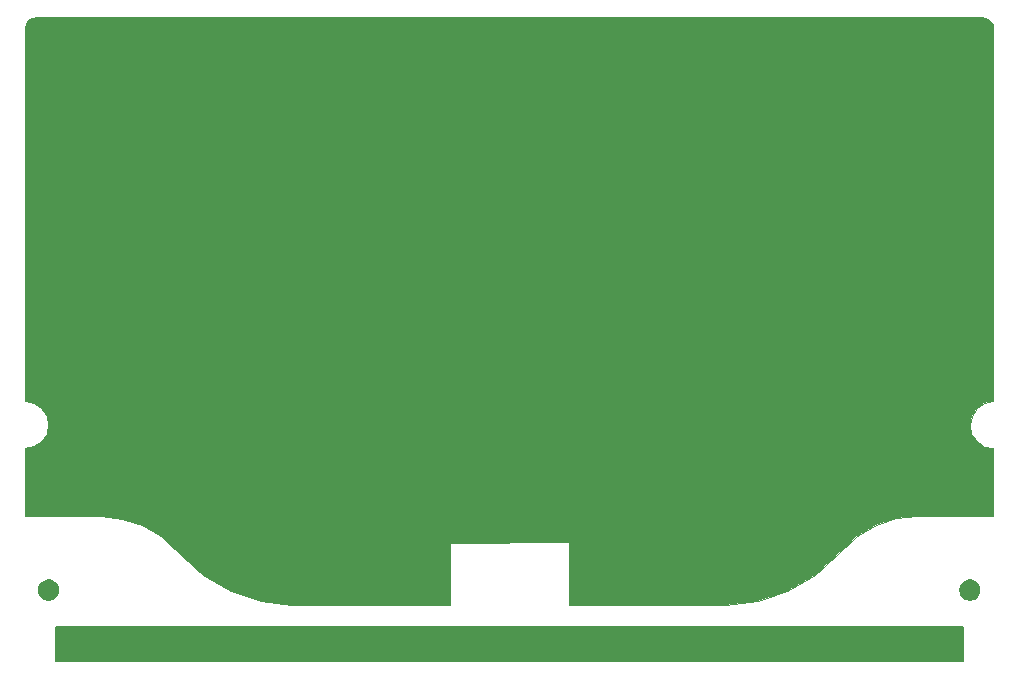
<source format=gbr>
G04 #@! TF.GenerationSoftware,KiCad,Pcbnew,5.1.5+dfsg1-2build2*
G04 #@! TF.CreationDate,2021-10-18T18:16:56+02:00*
G04 #@! TF.ProjectId,DIMMCartridgeV4,44494d4d-4361-4727-9472-696467655634,rev?*
G04 #@! TF.SameCoordinates,Original*
G04 #@! TF.FileFunction,Soldermask,Top*
G04 #@! TF.FilePolarity,Negative*
%FSLAX46Y46*%
G04 Gerber Fmt 4.6, Leading zero omitted, Abs format (unit mm)*
G04 Created by KiCad (PCBNEW 5.1.5+dfsg1-2build2) date 2021-10-18 18:16:56*
%MOMM*%
%LPD*%
G04 APERTURE LIST*
%ADD10C,0.100000*%
%ADD11C,0.150000*%
G04 APERTURE END LIST*
D10*
G36*
X140380000Y-78595000D02*
G01*
X140730000Y-78835000D01*
X140920000Y-79125000D01*
X140990000Y-79505000D01*
X140990000Y-111045000D01*
X140240000Y-111195000D01*
X139590000Y-111635000D01*
X139150000Y-112265000D01*
X139000000Y-113055000D01*
X139140000Y-113795000D01*
X139590000Y-114445000D01*
X140210000Y-114885000D01*
X140990000Y-115035000D01*
X140980000Y-120785000D01*
X134550000Y-120785000D01*
X132740000Y-120975000D01*
X131080000Y-121525000D01*
X129450000Y-122465000D01*
X128040000Y-123795000D01*
X125920000Y-125765000D01*
X123560000Y-127135000D01*
X121030000Y-127995000D01*
X118290000Y-128295000D01*
X105040000Y-128295000D01*
X105040000Y-123005000D01*
X95000000Y-123025000D01*
X95000000Y-128295000D01*
X84650000Y-128285000D01*
X81530000Y-128265000D01*
X79020000Y-127995000D01*
X76410000Y-127135000D01*
X74060000Y-125765000D01*
X73030000Y-124835000D01*
X72140000Y-123985000D01*
X70550000Y-122495000D01*
X68920000Y-121535000D01*
X67250000Y-120985000D01*
X65440000Y-120785000D01*
X59000000Y-120775000D01*
X59000000Y-119035000D01*
X59020000Y-115045000D01*
X59770000Y-114875000D01*
X60420000Y-114435000D01*
X60830000Y-113815000D01*
X60990000Y-113015000D01*
X60830000Y-112265000D01*
X60400000Y-111635000D01*
X59730000Y-111195000D01*
X58990000Y-111045000D01*
X58990000Y-79545000D01*
X59070000Y-79125000D01*
X59280000Y-78805000D01*
X59590000Y-78585000D01*
X60000000Y-78515000D01*
X139970000Y-78505000D01*
X140380000Y-78595000D01*
G37*
X140380000Y-78595000D02*
X140730000Y-78835000D01*
X140920000Y-79125000D01*
X140990000Y-79505000D01*
X140990000Y-111045000D01*
X140240000Y-111195000D01*
X139590000Y-111635000D01*
X139150000Y-112265000D01*
X139000000Y-113055000D01*
X139140000Y-113795000D01*
X139590000Y-114445000D01*
X140210000Y-114885000D01*
X140990000Y-115035000D01*
X140980000Y-120785000D01*
X134550000Y-120785000D01*
X132740000Y-120975000D01*
X131080000Y-121525000D01*
X129450000Y-122465000D01*
X128040000Y-123795000D01*
X125920000Y-125765000D01*
X123560000Y-127135000D01*
X121030000Y-127995000D01*
X118290000Y-128295000D01*
X105040000Y-128295000D01*
X105040000Y-123005000D01*
X95000000Y-123025000D01*
X95000000Y-128295000D01*
X84650000Y-128285000D01*
X81530000Y-128265000D01*
X79020000Y-127995000D01*
X76410000Y-127135000D01*
X74060000Y-125765000D01*
X73030000Y-124835000D01*
X72140000Y-123985000D01*
X70550000Y-122495000D01*
X68920000Y-121535000D01*
X67250000Y-120985000D01*
X65440000Y-120785000D01*
X59000000Y-120775000D01*
X59000000Y-119035000D01*
X59020000Y-115045000D01*
X59770000Y-114875000D01*
X60420000Y-114435000D01*
X60830000Y-113815000D01*
X60990000Y-113015000D01*
X60830000Y-112265000D01*
X60400000Y-111635000D01*
X59730000Y-111195000D01*
X58990000Y-111045000D01*
X58990000Y-79545000D01*
X59070000Y-79125000D01*
X59280000Y-78805000D01*
X59590000Y-78585000D01*
X60000000Y-78515000D01*
X139970000Y-78505000D01*
X140380000Y-78595000D01*
D11*
G36*
X61600000Y-130140000D02*
G01*
X61600000Y-133040000D01*
X138400000Y-133040000D01*
X138400000Y-130140000D01*
X61600000Y-130140000D01*
G37*
X61600000Y-130140000D02*
X61600000Y-133040000D01*
X138400000Y-133040000D01*
X138400000Y-130140000D01*
X61600000Y-130140000D01*
D10*
G36*
X100800000Y-132640000D02*
G01*
X62000000Y-132640000D01*
X62000000Y-130340000D01*
X100800000Y-130340000D01*
X100800000Y-132640000D01*
G37*
G36*
X138000000Y-132640000D02*
G01*
X104000000Y-132640000D01*
X104000000Y-130340000D01*
X138000000Y-130340000D01*
X138000000Y-132640000D01*
G37*
G36*
X61262520Y-126174586D02*
G01*
X61426310Y-126242430D01*
X61573717Y-126340924D01*
X61699076Y-126466283D01*
X61797570Y-126613690D01*
X61865414Y-126777480D01*
X61900000Y-126951358D01*
X61900000Y-127128642D01*
X61865414Y-127302520D01*
X61797570Y-127466310D01*
X61699076Y-127613717D01*
X61573717Y-127739076D01*
X61426310Y-127837570D01*
X61426309Y-127837571D01*
X61426308Y-127837571D01*
X61262520Y-127905414D01*
X61088644Y-127940000D01*
X60911356Y-127940000D01*
X60737480Y-127905414D01*
X60573692Y-127837571D01*
X60573691Y-127837571D01*
X60573690Y-127837570D01*
X60426283Y-127739076D01*
X60300924Y-127613717D01*
X60202430Y-127466310D01*
X60134586Y-127302520D01*
X60100000Y-127128642D01*
X60100000Y-126951358D01*
X60134586Y-126777480D01*
X60202430Y-126613690D01*
X60300924Y-126466283D01*
X60426283Y-126340924D01*
X60573690Y-126242430D01*
X60737480Y-126174586D01*
X60911356Y-126140000D01*
X61088644Y-126140000D01*
X61262520Y-126174586D01*
G37*
G36*
X139262520Y-126174586D02*
G01*
X139426310Y-126242430D01*
X139573717Y-126340924D01*
X139699076Y-126466283D01*
X139797570Y-126613690D01*
X139865414Y-126777480D01*
X139900000Y-126951358D01*
X139900000Y-127128642D01*
X139865414Y-127302520D01*
X139797570Y-127466310D01*
X139699076Y-127613717D01*
X139573717Y-127739076D01*
X139426310Y-127837570D01*
X139426309Y-127837571D01*
X139426308Y-127837571D01*
X139262520Y-127905414D01*
X139088644Y-127940000D01*
X138911356Y-127940000D01*
X138737480Y-127905414D01*
X138573692Y-127837571D01*
X138573691Y-127837571D01*
X138573690Y-127837570D01*
X138426283Y-127739076D01*
X138300924Y-127613717D01*
X138202430Y-127466310D01*
X138134586Y-127302520D01*
X138100000Y-127128642D01*
X138100000Y-126951358D01*
X138134586Y-126777480D01*
X138202430Y-126613690D01*
X138300924Y-126466283D01*
X138426283Y-126340924D01*
X138573690Y-126242430D01*
X138737480Y-126174586D01*
X138911356Y-126140000D01*
X139088644Y-126140000D01*
X139262520Y-126174586D01*
G37*
G36*
X105000000Y-123000000D02*
G01*
X95000000Y-123000000D01*
X95000000Y-119000000D01*
X105000000Y-119000000D01*
X105000000Y-123000000D01*
G37*
G36*
X76390000Y-104760000D02*
G01*
X73759999Y-104760000D01*
X73735613Y-104762402D01*
X73712164Y-104769515D01*
X73690553Y-104781066D01*
X73671611Y-104796611D01*
X73656066Y-104815553D01*
X73644515Y-104837164D01*
X73637402Y-104860613D01*
X73635000Y-104884999D01*
X73635000Y-107865001D01*
X73637402Y-107889387D01*
X73644515Y-107912836D01*
X73656066Y-107934447D01*
X73671611Y-107953389D01*
X73690553Y-107968934D01*
X73712164Y-107980485D01*
X73735613Y-107987598D01*
X73759999Y-107990000D01*
X76390000Y-107990000D01*
X76390000Y-110390000D01*
X71323098Y-110390000D01*
X71312836Y-110384515D01*
X71289387Y-110377402D01*
X71265001Y-110375000D01*
X67500000Y-110375000D01*
X67500000Y-102375000D01*
X71265001Y-102375000D01*
X71289387Y-102372598D01*
X71312836Y-102365485D01*
X71323098Y-102360000D01*
X76390000Y-102360000D01*
X76390000Y-104760000D01*
G37*
G36*
X128687164Y-102365485D02*
G01*
X128710613Y-102372598D01*
X128734999Y-102375000D01*
X132500000Y-102375000D01*
X132500000Y-110375000D01*
X128734999Y-110375000D01*
X128710613Y-110377402D01*
X128687164Y-110384515D01*
X128676902Y-110390000D01*
X123610000Y-110390000D01*
X123610000Y-107990000D01*
X126240001Y-107990000D01*
X126264387Y-107987598D01*
X126287836Y-107980485D01*
X126309447Y-107968934D01*
X126328389Y-107953389D01*
X126343934Y-107934447D01*
X126355485Y-107912836D01*
X126362598Y-107889387D01*
X126365000Y-107865001D01*
X126365000Y-104884999D01*
X126362598Y-104860613D01*
X126355485Y-104837164D01*
X126343934Y-104815553D01*
X126328389Y-104796611D01*
X126309447Y-104781066D01*
X126287836Y-104769515D01*
X126264387Y-104762402D01*
X126240001Y-104760000D01*
X123610000Y-104760000D01*
X123610000Y-102360000D01*
X128676902Y-102360000D01*
X128687164Y-102365485D01*
G37*
G36*
X116260000Y-110260000D02*
G01*
X113990000Y-110260000D01*
X113990000Y-107990000D01*
X116260000Y-107990000D01*
X116260000Y-110260000D01*
G37*
G36*
X123135000Y-110260000D02*
G01*
X120865000Y-110260000D01*
X120865000Y-107990000D01*
X123135000Y-107990000D01*
X123135000Y-110260000D01*
G37*
G36*
X99760000Y-110260000D02*
G01*
X97490000Y-110260000D01*
X97490000Y-107990000D01*
X99760000Y-107990000D01*
X99760000Y-110260000D01*
G37*
G36*
X108010000Y-110260000D02*
G01*
X105740000Y-110260000D01*
X105740000Y-107990000D01*
X108010000Y-107990000D01*
X108010000Y-110260000D01*
G37*
G36*
X110760000Y-110260000D02*
G01*
X108490000Y-110260000D01*
X108490000Y-107990000D01*
X110760000Y-107990000D01*
X110760000Y-110260000D01*
G37*
G36*
X97010000Y-110260000D02*
G01*
X94740000Y-110260000D01*
X94740000Y-107990000D01*
X97010000Y-107990000D01*
X97010000Y-110260000D01*
G37*
G36*
X113510000Y-110260000D02*
G01*
X111240000Y-110260000D01*
X111240000Y-107990000D01*
X113510000Y-107990000D01*
X113510000Y-110260000D01*
G37*
G36*
X88760000Y-110260000D02*
G01*
X86490000Y-110260000D01*
X86490000Y-107990000D01*
X88760000Y-107990000D01*
X88760000Y-110260000D01*
G37*
G36*
X105260000Y-110260000D02*
G01*
X102990000Y-110260000D01*
X102990000Y-107990000D01*
X105260000Y-107990000D01*
X105260000Y-110260000D01*
G37*
G36*
X83260000Y-110260000D02*
G01*
X80990000Y-110260000D01*
X80990000Y-107990000D01*
X83260000Y-107990000D01*
X83260000Y-110260000D01*
G37*
G36*
X119010000Y-110260000D02*
G01*
X116740000Y-110260000D01*
X116740000Y-107990000D01*
X119010000Y-107990000D01*
X119010000Y-110260000D01*
G37*
G36*
X91510000Y-110260000D02*
G01*
X89240000Y-110260000D01*
X89240000Y-107990000D01*
X91510000Y-107990000D01*
X91510000Y-110260000D01*
G37*
G36*
X79135000Y-110260000D02*
G01*
X76865000Y-110260000D01*
X76865000Y-107990000D01*
X79135000Y-107990000D01*
X79135000Y-110260000D01*
G37*
G36*
X86010000Y-110260000D02*
G01*
X83740000Y-110260000D01*
X83740000Y-107990000D01*
X86010000Y-107990000D01*
X86010000Y-110260000D01*
G37*
G36*
X102510000Y-110260000D02*
G01*
X100240000Y-110260000D01*
X100240000Y-107990000D01*
X102510000Y-107990000D01*
X102510000Y-110260000D01*
G37*
G36*
X94260000Y-110260000D02*
G01*
X91990000Y-110260000D01*
X91990000Y-107990000D01*
X94260000Y-107990000D01*
X94260000Y-110260000D01*
G37*
G36*
X105260000Y-107510000D02*
G01*
X102990000Y-107510000D01*
X102990000Y-105240000D01*
X105260000Y-105240000D01*
X105260000Y-107510000D01*
G37*
G36*
X108010000Y-107510000D02*
G01*
X105740000Y-107510000D01*
X105740000Y-105240000D01*
X108010000Y-105240000D01*
X108010000Y-107510000D01*
G37*
G36*
X110760000Y-107510000D02*
G01*
X108490000Y-107510000D01*
X108490000Y-105240000D01*
X110760000Y-105240000D01*
X110760000Y-107510000D01*
G37*
G36*
X113510000Y-107510000D02*
G01*
X111240000Y-107510000D01*
X111240000Y-105240000D01*
X113510000Y-105240000D01*
X113510000Y-107510000D01*
G37*
G36*
X116260000Y-107510000D02*
G01*
X113990000Y-107510000D01*
X113990000Y-105240000D01*
X116260000Y-105240000D01*
X116260000Y-107510000D01*
G37*
G36*
X119010000Y-107510000D02*
G01*
X116740000Y-107510000D01*
X116740000Y-105240000D01*
X119010000Y-105240000D01*
X119010000Y-107510000D01*
G37*
G36*
X121760000Y-107510000D02*
G01*
X119490000Y-107510000D01*
X119490000Y-105240000D01*
X121760000Y-105240000D01*
X121760000Y-107510000D01*
G37*
G36*
X125885000Y-107510000D02*
G01*
X122240000Y-107510000D01*
X122240000Y-105240000D01*
X125885000Y-105240000D01*
X125885000Y-107510000D01*
G37*
G36*
X102510000Y-107510000D02*
G01*
X100240000Y-107510000D01*
X100240000Y-105240000D01*
X102510000Y-105240000D01*
X102510000Y-107510000D01*
G37*
G36*
X99760000Y-107510000D02*
G01*
X97490000Y-107510000D01*
X97490000Y-105240000D01*
X99760000Y-105240000D01*
X99760000Y-107510000D01*
G37*
G36*
X94260000Y-107510000D02*
G01*
X91990000Y-107510000D01*
X91990000Y-105240000D01*
X94260000Y-105240000D01*
X94260000Y-107510000D01*
G37*
G36*
X91510000Y-107510000D02*
G01*
X89240000Y-107510000D01*
X89240000Y-105240000D01*
X91510000Y-105240000D01*
X91510000Y-107510000D01*
G37*
G36*
X88760000Y-107510000D02*
G01*
X86490000Y-107510000D01*
X86490000Y-105240000D01*
X88760000Y-105240000D01*
X88760000Y-107510000D01*
G37*
G36*
X86010000Y-107510000D02*
G01*
X83740000Y-107510000D01*
X83740000Y-105240000D01*
X86010000Y-105240000D01*
X86010000Y-107510000D01*
G37*
G36*
X83260000Y-107510000D02*
G01*
X80990000Y-107510000D01*
X80990000Y-105240000D01*
X83260000Y-105240000D01*
X83260000Y-107510000D01*
G37*
G36*
X80510000Y-107510000D02*
G01*
X78240000Y-107510000D01*
X78240000Y-105240000D01*
X80510000Y-105240000D01*
X80510000Y-107510000D01*
G37*
G36*
X77760000Y-107510000D02*
G01*
X74115000Y-107510000D01*
X74115000Y-105240000D01*
X77760000Y-105240000D01*
X77760000Y-107510000D01*
G37*
G36*
X97010000Y-107510000D02*
G01*
X94740000Y-107510000D01*
X94740000Y-105240000D01*
X97010000Y-105240000D01*
X97010000Y-107510000D01*
G37*
G36*
X110760000Y-104760000D02*
G01*
X108490000Y-104760000D01*
X108490000Y-102490000D01*
X110760000Y-102490000D01*
X110760000Y-104760000D01*
G37*
G36*
X97010000Y-104760000D02*
G01*
X94740000Y-104760000D01*
X94740000Y-102490000D01*
X97010000Y-102490000D01*
X97010000Y-104760000D01*
G37*
G36*
X94260000Y-104760000D02*
G01*
X91990000Y-104760000D01*
X91990000Y-102490000D01*
X94260000Y-102490000D01*
X94260000Y-104760000D01*
G37*
G36*
X91510000Y-104760000D02*
G01*
X89240000Y-104760000D01*
X89240000Y-102490000D01*
X91510000Y-102490000D01*
X91510000Y-104760000D01*
G37*
G36*
X102510000Y-104760000D02*
G01*
X100240000Y-104760000D01*
X100240000Y-102490000D01*
X102510000Y-102490000D01*
X102510000Y-104760000D01*
G37*
G36*
X88760000Y-104760000D02*
G01*
X86490000Y-104760000D01*
X86490000Y-102490000D01*
X88760000Y-102490000D01*
X88760000Y-104760000D01*
G37*
G36*
X86010000Y-104760000D02*
G01*
X83740000Y-104760000D01*
X83740000Y-102490000D01*
X86010000Y-102490000D01*
X86010000Y-104760000D01*
G37*
G36*
X105260000Y-104760000D02*
G01*
X102990000Y-104760000D01*
X102990000Y-102490000D01*
X105260000Y-102490000D01*
X105260000Y-104760000D01*
G37*
G36*
X108010000Y-104760000D02*
G01*
X105740000Y-104760000D01*
X105740000Y-102490000D01*
X108010000Y-102490000D01*
X108010000Y-104760000D01*
G37*
G36*
X113510000Y-104760000D02*
G01*
X111240000Y-104760000D01*
X111240000Y-102490000D01*
X113510000Y-102490000D01*
X113510000Y-104760000D01*
G37*
G36*
X116260000Y-104760000D02*
G01*
X113990000Y-104760000D01*
X113990000Y-102490000D01*
X116260000Y-102490000D01*
X116260000Y-104760000D01*
G37*
G36*
X83260000Y-104760000D02*
G01*
X80990000Y-104760000D01*
X80990000Y-102490000D01*
X83260000Y-102490000D01*
X83260000Y-104760000D01*
G37*
G36*
X119010000Y-104760000D02*
G01*
X116740000Y-104760000D01*
X116740000Y-102490000D01*
X119010000Y-102490000D01*
X119010000Y-104760000D01*
G37*
G36*
X123135000Y-104760000D02*
G01*
X120865000Y-104760000D01*
X120865000Y-102490000D01*
X123135000Y-102490000D01*
X123135000Y-104760000D01*
G37*
G36*
X79135000Y-104760000D02*
G01*
X76865000Y-104760000D01*
X76865000Y-102490000D01*
X79135000Y-102490000D01*
X79135000Y-104760000D01*
G37*
G36*
X99760000Y-104760000D02*
G01*
X97490000Y-104760000D01*
X97490000Y-102490000D01*
X99760000Y-102490000D01*
X99760000Y-104760000D01*
G37*
G36*
X105260000Y-102010000D02*
G01*
X102990000Y-102010000D01*
X102990000Y-99740000D01*
X105260000Y-99740000D01*
X105260000Y-102010000D01*
G37*
G36*
X86010000Y-102010000D02*
G01*
X83740000Y-102010000D01*
X83740000Y-99740000D01*
X86010000Y-99740000D01*
X86010000Y-102010000D01*
G37*
G36*
X88760000Y-102010000D02*
G01*
X86490000Y-102010000D01*
X86490000Y-99740000D01*
X88760000Y-99740000D01*
X88760000Y-102010000D01*
G37*
G36*
X102510000Y-102010000D02*
G01*
X100240000Y-102010000D01*
X100240000Y-99740000D01*
X102510000Y-99740000D01*
X102510000Y-102010000D01*
G37*
G36*
X113510000Y-102010000D02*
G01*
X111240000Y-102010000D01*
X111240000Y-99740000D01*
X113510000Y-99740000D01*
X113510000Y-102010000D01*
G37*
G36*
X116260000Y-102010000D02*
G01*
X113990000Y-102010000D01*
X113990000Y-99740000D01*
X116260000Y-99740000D01*
X116260000Y-102010000D01*
G37*
G36*
X119010000Y-102010000D02*
G01*
X116740000Y-102010000D01*
X116740000Y-99740000D01*
X119010000Y-99740000D01*
X119010000Y-102010000D01*
G37*
G36*
X91510000Y-102010000D02*
G01*
X89240000Y-102010000D01*
X89240000Y-99740000D01*
X91510000Y-99740000D01*
X91510000Y-102010000D01*
G37*
G36*
X83260000Y-102010000D02*
G01*
X80990000Y-102010000D01*
X80990000Y-99740000D01*
X83260000Y-99740000D01*
X83260000Y-102010000D01*
G37*
G36*
X108010000Y-102010000D02*
G01*
X105740000Y-102010000D01*
X105740000Y-99740000D01*
X108010000Y-99740000D01*
X108010000Y-102010000D01*
G37*
G36*
X97010000Y-102010000D02*
G01*
X94740000Y-102010000D01*
X94740000Y-99740000D01*
X97010000Y-99740000D01*
X97010000Y-102010000D01*
G37*
G36*
X110760000Y-102010000D02*
G01*
X108490000Y-102010000D01*
X108490000Y-99740000D01*
X110760000Y-99740000D01*
X110760000Y-102010000D01*
G37*
G36*
X94260000Y-102010000D02*
G01*
X91990000Y-102010000D01*
X91990000Y-99740000D01*
X94260000Y-99740000D01*
X94260000Y-102010000D01*
G37*
G36*
X99760000Y-102010000D02*
G01*
X97490000Y-102010000D01*
X97490000Y-99740000D01*
X99760000Y-99740000D01*
X99760000Y-102010000D01*
G37*
G36*
X88760000Y-99260000D02*
G01*
X86490000Y-99260000D01*
X86490000Y-96990000D01*
X88760000Y-96990000D01*
X88760000Y-99260000D01*
G37*
G36*
X102510000Y-99260000D02*
G01*
X100240000Y-99260000D01*
X100240000Y-96990000D01*
X102510000Y-96990000D01*
X102510000Y-99260000D01*
G37*
G36*
X83260000Y-99260000D02*
G01*
X80990000Y-99260000D01*
X80990000Y-96990000D01*
X83260000Y-96990000D01*
X83260000Y-99260000D01*
G37*
G36*
X110760000Y-99260000D02*
G01*
X108490000Y-99260000D01*
X108490000Y-96990000D01*
X110760000Y-96990000D01*
X110760000Y-99260000D01*
G37*
G36*
X86010000Y-99260000D02*
G01*
X83740000Y-99260000D01*
X83740000Y-96990000D01*
X86010000Y-96990000D01*
X86010000Y-99260000D01*
G37*
G36*
X113510000Y-99260000D02*
G01*
X111240000Y-99260000D01*
X111240000Y-96990000D01*
X113510000Y-96990000D01*
X113510000Y-99260000D01*
G37*
G36*
X116260000Y-99260000D02*
G01*
X113990000Y-99260000D01*
X113990000Y-96990000D01*
X116260000Y-96990000D01*
X116260000Y-99260000D01*
G37*
G36*
X108010000Y-99260000D02*
G01*
X105740000Y-99260000D01*
X105740000Y-96990000D01*
X108010000Y-96990000D01*
X108010000Y-99260000D01*
G37*
G36*
X99760000Y-99260000D02*
G01*
X97490000Y-99260000D01*
X97490000Y-96990000D01*
X99760000Y-96990000D01*
X99760000Y-99260000D01*
G37*
G36*
X94260000Y-99260000D02*
G01*
X91990000Y-99260000D01*
X91990000Y-96990000D01*
X94260000Y-96990000D01*
X94260000Y-99260000D01*
G37*
G36*
X97010000Y-99260000D02*
G01*
X94740000Y-99260000D01*
X94740000Y-96990000D01*
X97010000Y-96990000D01*
X97010000Y-99260000D01*
G37*
G36*
X119010000Y-99260000D02*
G01*
X116740000Y-99260000D01*
X116740000Y-96990000D01*
X119010000Y-96990000D01*
X119010000Y-99260000D01*
G37*
G36*
X91510000Y-99260000D02*
G01*
X89240000Y-99260000D01*
X89240000Y-96990000D01*
X91510000Y-96990000D01*
X91510000Y-99260000D01*
G37*
G36*
X105260000Y-99260000D02*
G01*
X102990000Y-99260000D01*
X102990000Y-96990000D01*
X105260000Y-96990000D01*
X105260000Y-99260000D01*
G37*
G36*
X128687164Y-88615485D02*
G01*
X128710613Y-88622598D01*
X128734999Y-88625000D01*
X132500000Y-88625000D01*
X132500000Y-96625000D01*
X128734999Y-96625000D01*
X128710613Y-96627402D01*
X128687164Y-96634515D01*
X128676902Y-96640000D01*
X123610000Y-96640000D01*
X123610000Y-94240000D01*
X126240001Y-94240000D01*
X126264387Y-94237598D01*
X126287836Y-94230485D01*
X126309447Y-94218934D01*
X126328389Y-94203389D01*
X126343934Y-94184447D01*
X126355485Y-94162836D01*
X126362598Y-94139387D01*
X126365000Y-94115001D01*
X126365000Y-91134999D01*
X126362598Y-91110613D01*
X126355485Y-91087164D01*
X126343934Y-91065553D01*
X126328389Y-91046611D01*
X126309447Y-91031066D01*
X126287836Y-91019515D01*
X126264387Y-91012402D01*
X126240001Y-91010000D01*
X123610000Y-91010000D01*
X123610000Y-88610000D01*
X128676902Y-88610000D01*
X128687164Y-88615485D01*
G37*
G36*
X76390000Y-91010000D02*
G01*
X73759999Y-91010000D01*
X73735613Y-91012402D01*
X73712164Y-91019515D01*
X73690553Y-91031066D01*
X73671611Y-91046611D01*
X73656066Y-91065553D01*
X73644515Y-91087164D01*
X73637402Y-91110613D01*
X73635000Y-91134999D01*
X73635000Y-94115001D01*
X73637402Y-94139387D01*
X73644515Y-94162836D01*
X73656066Y-94184447D01*
X73671611Y-94203389D01*
X73690553Y-94218934D01*
X73712164Y-94230485D01*
X73735613Y-94237598D01*
X73759999Y-94240000D01*
X76390000Y-94240000D01*
X76390000Y-96640000D01*
X71323098Y-96640000D01*
X71312836Y-96634515D01*
X71289387Y-96627402D01*
X71265001Y-96625000D01*
X67500000Y-96625000D01*
X67500000Y-88625000D01*
X71265001Y-88625000D01*
X71289387Y-88622598D01*
X71312836Y-88615485D01*
X71323098Y-88610000D01*
X76390000Y-88610000D01*
X76390000Y-91010000D01*
G37*
G36*
X105260000Y-96510000D02*
G01*
X102990000Y-96510000D01*
X102990000Y-94240000D01*
X105260000Y-94240000D01*
X105260000Y-96510000D01*
G37*
G36*
X108010000Y-96510000D02*
G01*
X105740000Y-96510000D01*
X105740000Y-94240000D01*
X108010000Y-94240000D01*
X108010000Y-96510000D01*
G37*
G36*
X110760000Y-96510000D02*
G01*
X108490000Y-96510000D01*
X108490000Y-94240000D01*
X110760000Y-94240000D01*
X110760000Y-96510000D01*
G37*
G36*
X113510000Y-96510000D02*
G01*
X111240000Y-96510000D01*
X111240000Y-94240000D01*
X113510000Y-94240000D01*
X113510000Y-96510000D01*
G37*
G36*
X116260000Y-96510000D02*
G01*
X113990000Y-96510000D01*
X113990000Y-94240000D01*
X116260000Y-94240000D01*
X116260000Y-96510000D01*
G37*
G36*
X88760000Y-96510000D02*
G01*
X86490000Y-96510000D01*
X86490000Y-94240000D01*
X88760000Y-94240000D01*
X88760000Y-96510000D01*
G37*
G36*
X123135000Y-96510000D02*
G01*
X120865000Y-96510000D01*
X120865000Y-94240000D01*
X123135000Y-94240000D01*
X123135000Y-96510000D01*
G37*
G36*
X119010000Y-96510000D02*
G01*
X116740000Y-96510000D01*
X116740000Y-94240000D01*
X119010000Y-94240000D01*
X119010000Y-96510000D01*
G37*
G36*
X83260000Y-96510000D02*
G01*
X80990000Y-96510000D01*
X80990000Y-94240000D01*
X83260000Y-94240000D01*
X83260000Y-96510000D01*
G37*
G36*
X99760000Y-96510000D02*
G01*
X97490000Y-96510000D01*
X97490000Y-94240000D01*
X99760000Y-94240000D01*
X99760000Y-96510000D01*
G37*
G36*
X91510000Y-96510000D02*
G01*
X89240000Y-96510000D01*
X89240000Y-94240000D01*
X91510000Y-94240000D01*
X91510000Y-96510000D01*
G37*
G36*
X97010000Y-96510000D02*
G01*
X94740000Y-96510000D01*
X94740000Y-94240000D01*
X97010000Y-94240000D01*
X97010000Y-96510000D01*
G37*
G36*
X94260000Y-96510000D02*
G01*
X91990000Y-96510000D01*
X91990000Y-94240000D01*
X94260000Y-94240000D01*
X94260000Y-96510000D01*
G37*
G36*
X79135000Y-96510000D02*
G01*
X76865000Y-96510000D01*
X76865000Y-94240000D01*
X79135000Y-94240000D01*
X79135000Y-96510000D01*
G37*
G36*
X86010000Y-96510000D02*
G01*
X83740000Y-96510000D01*
X83740000Y-94240000D01*
X86010000Y-94240000D01*
X86010000Y-96510000D01*
G37*
G36*
X102510000Y-96510000D02*
G01*
X100240000Y-96510000D01*
X100240000Y-94240000D01*
X102510000Y-94240000D01*
X102510000Y-96510000D01*
G37*
G36*
X86010000Y-93760000D02*
G01*
X83740000Y-93760000D01*
X83740000Y-91490000D01*
X86010000Y-91490000D01*
X86010000Y-93760000D01*
G37*
G36*
X108010000Y-93760000D02*
G01*
X105740000Y-93760000D01*
X105740000Y-91490000D01*
X108010000Y-91490000D01*
X108010000Y-93760000D01*
G37*
G36*
X102510000Y-93760000D02*
G01*
X100240000Y-93760000D01*
X100240000Y-91490000D01*
X102510000Y-91490000D01*
X102510000Y-93760000D01*
G37*
G36*
X105260000Y-93760000D02*
G01*
X102990000Y-93760000D01*
X102990000Y-91490000D01*
X105260000Y-91490000D01*
X105260000Y-93760000D01*
G37*
G36*
X77760000Y-93760000D02*
G01*
X74115000Y-93760000D01*
X74115000Y-91490000D01*
X77760000Y-91490000D01*
X77760000Y-93760000D01*
G37*
G36*
X113510000Y-93760000D02*
G01*
X111240000Y-93760000D01*
X111240000Y-91490000D01*
X113510000Y-91490000D01*
X113510000Y-93760000D01*
G37*
G36*
X110760000Y-93760000D02*
G01*
X108490000Y-93760000D01*
X108490000Y-91490000D01*
X110760000Y-91490000D01*
X110760000Y-93760000D01*
G37*
G36*
X83260000Y-93760000D02*
G01*
X80990000Y-93760000D01*
X80990000Y-91490000D01*
X83260000Y-91490000D01*
X83260000Y-93760000D01*
G37*
G36*
X125885000Y-93760000D02*
G01*
X122240000Y-93760000D01*
X122240000Y-91490000D01*
X125885000Y-91490000D01*
X125885000Y-93760000D01*
G37*
G36*
X99760000Y-93760000D02*
G01*
X97490000Y-93760000D01*
X97490000Y-91490000D01*
X99760000Y-91490000D01*
X99760000Y-93760000D01*
G37*
G36*
X116260000Y-93760000D02*
G01*
X113990000Y-93760000D01*
X113990000Y-91490000D01*
X116260000Y-91490000D01*
X116260000Y-93760000D01*
G37*
G36*
X121760000Y-93760000D02*
G01*
X119490000Y-93760000D01*
X119490000Y-91490000D01*
X121760000Y-91490000D01*
X121760000Y-93760000D01*
G37*
G36*
X91510000Y-93760000D02*
G01*
X89240000Y-93760000D01*
X89240000Y-91490000D01*
X91510000Y-91490000D01*
X91510000Y-93760000D01*
G37*
G36*
X88760000Y-93760000D02*
G01*
X86490000Y-93760000D01*
X86490000Y-91490000D01*
X88760000Y-91490000D01*
X88760000Y-93760000D01*
G37*
G36*
X94260000Y-93760000D02*
G01*
X91990000Y-93760000D01*
X91990000Y-91490000D01*
X94260000Y-91490000D01*
X94260000Y-93760000D01*
G37*
G36*
X97010000Y-93760000D02*
G01*
X94740000Y-93760000D01*
X94740000Y-91490000D01*
X97010000Y-91490000D01*
X97010000Y-93760000D01*
G37*
G36*
X119010000Y-93760000D02*
G01*
X116740000Y-93760000D01*
X116740000Y-91490000D01*
X119010000Y-91490000D01*
X119010000Y-93760000D01*
G37*
G36*
X80510000Y-93760000D02*
G01*
X78240000Y-93760000D01*
X78240000Y-91490000D01*
X80510000Y-91490000D01*
X80510000Y-93760000D01*
G37*
G36*
X99760000Y-91010000D02*
G01*
X97490000Y-91010000D01*
X97490000Y-88740000D01*
X99760000Y-88740000D01*
X99760000Y-91010000D01*
G37*
G36*
X116260000Y-91010000D02*
G01*
X113990000Y-91010000D01*
X113990000Y-88740000D01*
X116260000Y-88740000D01*
X116260000Y-91010000D01*
G37*
G36*
X113510000Y-91010000D02*
G01*
X111240000Y-91010000D01*
X111240000Y-88740000D01*
X113510000Y-88740000D01*
X113510000Y-91010000D01*
G37*
G36*
X110760000Y-91010000D02*
G01*
X108490000Y-91010000D01*
X108490000Y-88740000D01*
X110760000Y-88740000D01*
X110760000Y-91010000D01*
G37*
G36*
X108010000Y-91010000D02*
G01*
X105740000Y-91010000D01*
X105740000Y-88740000D01*
X108010000Y-88740000D01*
X108010000Y-91010000D01*
G37*
G36*
X105260000Y-91010000D02*
G01*
X102990000Y-91010000D01*
X102990000Y-88740000D01*
X105260000Y-88740000D01*
X105260000Y-91010000D01*
G37*
G36*
X102510000Y-91010000D02*
G01*
X100240000Y-91010000D01*
X100240000Y-88740000D01*
X102510000Y-88740000D01*
X102510000Y-91010000D01*
G37*
G36*
X79135000Y-91010000D02*
G01*
X76865000Y-91010000D01*
X76865000Y-88740000D01*
X79135000Y-88740000D01*
X79135000Y-91010000D01*
G37*
G36*
X83260000Y-91010000D02*
G01*
X80990000Y-91010000D01*
X80990000Y-88740000D01*
X83260000Y-88740000D01*
X83260000Y-91010000D01*
G37*
G36*
X86010000Y-91010000D02*
G01*
X83740000Y-91010000D01*
X83740000Y-88740000D01*
X86010000Y-88740000D01*
X86010000Y-91010000D01*
G37*
G36*
X88760000Y-91010000D02*
G01*
X86490000Y-91010000D01*
X86490000Y-88740000D01*
X88760000Y-88740000D01*
X88760000Y-91010000D01*
G37*
G36*
X91510000Y-91010000D02*
G01*
X89240000Y-91010000D01*
X89240000Y-88740000D01*
X91510000Y-88740000D01*
X91510000Y-91010000D01*
G37*
G36*
X94260000Y-91010000D02*
G01*
X91990000Y-91010000D01*
X91990000Y-88740000D01*
X94260000Y-88740000D01*
X94260000Y-91010000D01*
G37*
G36*
X119010000Y-91010000D02*
G01*
X116740000Y-91010000D01*
X116740000Y-88740000D01*
X119010000Y-88740000D01*
X119010000Y-91010000D01*
G37*
G36*
X123135000Y-91010000D02*
G01*
X120865000Y-91010000D01*
X120865000Y-88740000D01*
X123135000Y-88740000D01*
X123135000Y-91010000D01*
G37*
G36*
X97010000Y-91010000D02*
G01*
X94740000Y-91010000D01*
X94740000Y-88740000D01*
X97010000Y-88740000D01*
X97010000Y-91010000D01*
G37*
M02*

</source>
